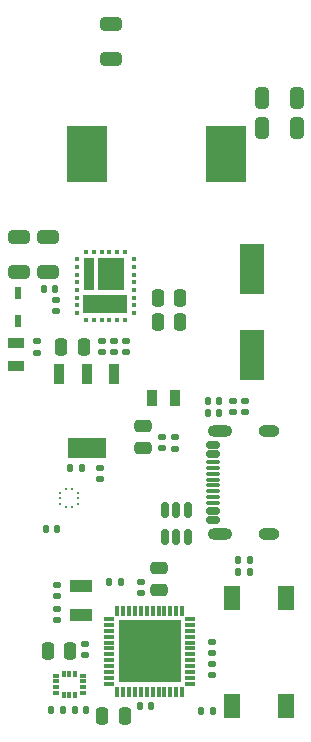
<source format=gbr>
%TF.GenerationSoftware,KiCad,Pcbnew,9.0.0*%
%TF.CreationDate,2025-11-20T17:42:06-05:00*%
%TF.ProjectId,pytheasFC_0.1.0,70797468-6561-4734-9643-5f302e312e30,0.1.0*%
%TF.SameCoordinates,PXbcd3d80PY660b0c0*%
%TF.FileFunction,Paste,Top*%
%TF.FilePolarity,Positive*%
%FSLAX46Y46*%
G04 Gerber Fmt 4.6, Leading zero omitted, Abs format (unit mm)*
G04 Created by KiCad (PCBNEW 9.0.0) date 2025-11-20 17:42:06*
%MOMM*%
%LPD*%
G01*
G04 APERTURE LIST*
G04 Aperture macros list*
%AMRoundRect*
0 Rectangle with rounded corners*
0 $1 Rounding radius*
0 $2 $3 $4 $5 $6 $7 $8 $9 X,Y pos of 4 corners*
0 Add a 4 corners polygon primitive as box body*
4,1,4,$2,$3,$4,$5,$6,$7,$8,$9,$2,$3,0*
0 Add four circle primitives for the rounded corners*
1,1,$1+$1,$2,$3*
1,1,$1+$1,$4,$5*
1,1,$1+$1,$6,$7*
1,1,$1+$1,$8,$9*
0 Add four rect primitives between the rounded corners*
20,1,$1+$1,$2,$3,$4,$5,0*
20,1,$1+$1,$4,$5,$6,$7,0*
20,1,$1+$1,$6,$7,$8,$9,0*
20,1,$1+$1,$8,$9,$2,$3,0*%
G04 Aperture macros list end*
%ADD10R,0.600000X0.300000*%
%ADD11R,0.300000X0.600000*%
%ADD12RoundRect,0.140000X0.140000X0.170000X-0.140000X0.170000X-0.140000X-0.170000X0.140000X-0.170000X0*%
%ADD13RoundRect,0.250000X-0.325000X-0.650000X0.325000X-0.650000X0.325000X0.650000X-0.325000X0.650000X0*%
%ADD14RoundRect,0.140000X-0.140000X-0.170000X0.140000X-0.170000X0.140000X0.170000X-0.140000X0.170000X0*%
%ADD15R,0.950000X1.750000*%
%ADD16R,3.200000X1.750000*%
%ADD17RoundRect,0.140000X-0.170000X0.140000X-0.170000X-0.140000X0.170000X-0.140000X0.170000X0.140000X0*%
%ADD18RoundRect,0.140000X0.170000X-0.140000X0.170000X0.140000X-0.170000X0.140000X-0.170000X-0.140000X0*%
%ADD19R,0.400000X0.300000*%
%ADD20R,0.300000X0.400000*%
%ADD21R,2.200000X2.830000*%
%ADD22R,0.900000X2.830000*%
%ADD23R,3.700000X1.600000*%
%ADD24R,1.400000X2.100000*%
%ADD25R,0.250000X0.275000*%
%ADD26R,0.275000X0.250000*%
%ADD27RoundRect,0.250000X0.250000X0.475000X-0.250000X0.475000X-0.250000X-0.475000X0.250000X-0.475000X0*%
%ADD28R,0.850000X0.300000*%
%ADD29R,0.300000X0.850000*%
%ADD30R,5.250000X5.250000*%
%ADD31R,1.400000X0.900000*%
%ADD32RoundRect,0.150000X0.425000X-0.150000X0.425000X0.150000X-0.425000X0.150000X-0.425000X-0.150000X0*%
%ADD33RoundRect,0.075000X0.500000X-0.075000X0.500000X0.075000X-0.500000X0.075000X-0.500000X-0.075000X0*%
%ADD34O,2.100000X1.000000*%
%ADD35O,1.800000X1.000000*%
%ADD36RoundRect,0.250000X-0.650000X0.325000X-0.650000X-0.325000X0.650000X-0.325000X0.650000X0.325000X0*%
%ADD37RoundRect,0.250000X-0.250000X-0.475000X0.250000X-0.475000X0.250000X0.475000X-0.250000X0.475000X0*%
%ADD38R,0.900000X1.400000*%
%ADD39R,2.100000X4.250000*%
%ADD40RoundRect,0.135000X0.185000X-0.135000X0.185000X0.135000X-0.185000X0.135000X-0.185000X-0.135000X0*%
%ADD41RoundRect,0.250000X0.475000X-0.250000X0.475000X0.250000X-0.475000X0.250000X-0.475000X-0.250000X0*%
%ADD42R,3.350000X4.750000*%
%ADD43RoundRect,0.150000X-0.150000X0.512500X-0.150000X-0.512500X0.150000X-0.512500X0.150000X0.512500X0*%
%ADD44R,1.900000X1.100000*%
%ADD45R,0.500000X1.125000*%
G04 APERTURE END LIST*
D10*
%TO.C,AC2*%
X4800000Y13800000D03*
X4800000Y13300000D03*
X4800000Y12800000D03*
X4800000Y12300000D03*
D11*
X5450000Y12150000D03*
X5950000Y12150000D03*
X6450000Y12150000D03*
D10*
X7100000Y12300000D03*
X7100000Y12800000D03*
X7100000Y13300000D03*
X7100000Y13800000D03*
D11*
X6450000Y13950000D03*
X5950000Y13950000D03*
X5450000Y13950000D03*
%TD*%
D12*
%TO.C,R11*%
X4755000Y46550000D03*
X3795000Y46550000D03*
%TD*%
D13*
%TO.C,C17*%
X22253324Y62674359D03*
X25203324Y62674359D03*
%TD*%
D14*
%TO.C,C78*%
X6431249Y10906798D03*
X7391249Y10906798D03*
%TD*%
D15*
%TO.C,IC4*%
X9700000Y39350000D03*
X7400000Y39350000D03*
X5100000Y39350000D03*
D16*
X7400000Y33050000D03*
%TD*%
D12*
%TO.C,C77*%
X5391249Y10906798D03*
X4431249Y10906798D03*
%TD*%
D17*
%TO.C,R6*%
X18000000Y16660000D03*
X18000000Y15700000D03*
%TD*%
D18*
%TO.C,R4*%
X19800000Y36120000D03*
X19800000Y37080000D03*
%TD*%
D19*
%TO.C,IC3*%
X11400000Y44500000D03*
X11400000Y45150000D03*
X11400000Y45800000D03*
X11400000Y46450000D03*
X11400000Y47100000D03*
X11400000Y47750000D03*
X11400000Y48400000D03*
X11400000Y49050000D03*
D20*
X10625000Y49675000D03*
X9975000Y49675000D03*
X9325000Y49675000D03*
X8675000Y49675000D03*
X8025000Y49675000D03*
X7375000Y49675000D03*
D19*
X6600000Y49050000D03*
X6600000Y48400000D03*
X6600000Y47750000D03*
X6600000Y47100000D03*
X6600000Y46450000D03*
X6600000Y45800000D03*
X6600000Y45150000D03*
X6600000Y44500000D03*
D20*
X7375000Y43875000D03*
X8025000Y43875000D03*
X8675000Y43875000D03*
X9325000Y43875000D03*
X9975000Y43875000D03*
X10625000Y43875000D03*
D21*
X9500000Y47790000D03*
D22*
X7600000Y47790000D03*
D23*
X9000000Y45225000D03*
%TD*%
D24*
%TO.C,RESET*%
X24250000Y20350000D03*
X19750000Y20350000D03*
X24250000Y11250000D03*
X19750000Y11250000D03*
%TD*%
D25*
%TO.C,IC1*%
X6188000Y29563000D03*
X5688000Y29563000D03*
D26*
X5176000Y29300000D03*
X5176000Y28800000D03*
X5176000Y28300000D03*
D25*
X5688000Y28037000D03*
X6188000Y28037000D03*
D26*
X6700000Y28300000D03*
X6700000Y28800000D03*
X6700000Y29300000D03*
%TD*%
D12*
%TO.C,C7*%
X21200000Y22600000D03*
X20240000Y22600000D03*
%TD*%
D27*
%TO.C,C2*%
X6000000Y15900000D03*
X4100000Y15900000D03*
%TD*%
D12*
%TO.C,R2*%
X18080000Y10800000D03*
X17120000Y10800000D03*
%TD*%
D28*
%TO.C,IC2*%
X9300000Y18600000D03*
X9300000Y18100000D03*
X9300000Y17600000D03*
X9300000Y17100000D03*
X9300000Y16600000D03*
X9300000Y16100000D03*
X9300000Y15600000D03*
X9300000Y15100000D03*
X9300000Y14600000D03*
X9300000Y14100000D03*
X9300000Y13600000D03*
X9300000Y13100000D03*
D29*
X10000000Y12400000D03*
X10500000Y12400000D03*
X11000000Y12400000D03*
X11500000Y12400000D03*
X12000000Y12400000D03*
X12500000Y12400000D03*
X13000000Y12400000D03*
X13500000Y12400000D03*
X14000000Y12400000D03*
X14500000Y12400000D03*
X15000000Y12400000D03*
X15500000Y12400000D03*
D28*
X16200000Y13100000D03*
X16200000Y13600000D03*
X16200000Y14100000D03*
X16200000Y14600000D03*
X16200000Y15100000D03*
X16200000Y15600000D03*
X16200000Y16100000D03*
X16200000Y16600000D03*
X16200000Y17100000D03*
X16200000Y17600000D03*
X16200000Y18100000D03*
X16200000Y18600000D03*
D29*
X15500000Y19300000D03*
X15000000Y19300000D03*
X14500000Y19300000D03*
X14000000Y19300000D03*
X13500000Y19300000D03*
X13000000Y19300000D03*
X12500000Y19300000D03*
X12000000Y19300000D03*
X11500000Y19300000D03*
X11000000Y19300000D03*
X10500000Y19300000D03*
X10000000Y19300000D03*
D30*
X12750000Y15850000D03*
%TD*%
D31*
%TO.C,MCU_LED*%
X1400000Y40050000D03*
X1400000Y41950000D03*
%TD*%
D32*
%TO.C,USB*%
X18110000Y26950000D03*
X18110000Y27750000D03*
D33*
X18110000Y28900000D03*
X18110000Y29900000D03*
X18110000Y30400000D03*
X18110000Y31400000D03*
D32*
X18110000Y32550000D03*
X18110000Y33350000D03*
X18110000Y33350000D03*
X18110000Y32550000D03*
D33*
X18110000Y31900000D03*
X18110000Y30900000D03*
X18110000Y29400000D03*
X18110000Y28400000D03*
D32*
X18110000Y27750000D03*
X18110000Y26950000D03*
D34*
X18685000Y25830000D03*
D35*
X22865000Y25830000D03*
D34*
X18685000Y34470000D03*
D35*
X22865000Y34470000D03*
%TD*%
D36*
%TO.C,C20*%
X4100000Y50925000D03*
X4100000Y47975000D03*
%TD*%
D37*
%TO.C,C15*%
X13450000Y43750000D03*
X15350000Y43750000D03*
%TD*%
D17*
%TO.C,C1*%
X7300000Y16480000D03*
X7300000Y15520000D03*
%TD*%
D12*
%TO.C,R8*%
X18650000Y37075000D03*
X17690000Y37075000D03*
%TD*%
%TO.C,C12*%
X6980000Y31400000D03*
X6020000Y31400000D03*
%TD*%
D18*
%TO.C,C3*%
X12000000Y20770000D03*
X12000000Y21730000D03*
%TD*%
D36*
%TO.C,C23*%
X9500000Y68975000D03*
X9500000Y66025000D03*
%TD*%
D12*
%TO.C,C10*%
X18650000Y36075000D03*
X17690000Y36075000D03*
%TD*%
D37*
%TO.C,C22*%
X5250000Y41600000D03*
X7150000Y41600000D03*
%TD*%
D18*
%TO.C,R7*%
X18000000Y13820000D03*
X18000000Y14780000D03*
%TD*%
D38*
%TO.C,PWR_LED*%
X12950000Y37300000D03*
X14850000Y37300000D03*
%TD*%
D17*
%TO.C,C16*%
X4775000Y45600000D03*
X4775000Y44640000D03*
%TD*%
D39*
%TO.C,C24*%
X21400000Y48250000D03*
X21400000Y40950000D03*
%TD*%
D18*
%TO.C,C9*%
X4900000Y18520000D03*
X4900000Y19480000D03*
%TD*%
D40*
%TO.C,R37*%
X14850000Y33005000D03*
X14850000Y34025000D03*
%TD*%
D12*
%TO.C,R3*%
X10280000Y21700000D03*
X9320000Y21700000D03*
%TD*%
D17*
%TO.C,C11*%
X8500000Y31380000D03*
X8500000Y30420000D03*
%TD*%
D18*
%TO.C,C18*%
X10725000Y41190000D03*
X10725000Y42150000D03*
%TD*%
D41*
%TO.C,C4*%
X13500000Y21050000D03*
X13500000Y22950000D03*
%TD*%
D17*
%TO.C,R13*%
X13800000Y34000000D03*
X13800000Y33040000D03*
%TD*%
%TO.C,R12*%
X8725000Y42130000D03*
X8725000Y41170000D03*
%TD*%
D14*
%TO.C,R1*%
X20240000Y23600000D03*
X21200000Y23600000D03*
%TD*%
D42*
%TO.C,L1*%
X7400000Y58000000D03*
X19200000Y58000000D03*
%TD*%
D43*
%TO.C,U2*%
X15950000Y27800000D03*
X15000000Y27800000D03*
X14050000Y27800000D03*
X14050000Y25525000D03*
X15000000Y25525000D03*
X15950000Y25525000D03*
%TD*%
D18*
%TO.C,C8*%
X4900000Y20520000D03*
X4900000Y21480000D03*
%TD*%
D36*
%TO.C,C19*%
X1700000Y50925000D03*
X1700000Y47975000D03*
%TD*%
D18*
%TO.C,R5*%
X20800000Y36120000D03*
X20800000Y37080000D03*
%TD*%
D37*
%TO.C,C14*%
X13450000Y45750000D03*
X15350000Y45750000D03*
%TD*%
D44*
%TO.C,Y1*%
X6900000Y18900000D03*
X6900000Y21400000D03*
%TD*%
D18*
%TO.C,R10*%
X9725000Y41190000D03*
X9725000Y42150000D03*
%TD*%
D14*
%TO.C,C5*%
X11920000Y11250000D03*
X12880000Y11250000D03*
%TD*%
D45*
%TO.C,D1*%
X1600000Y46162000D03*
X1600000Y43838000D03*
%TD*%
D27*
%TO.C,C6*%
X10650000Y10400000D03*
X8750000Y10400000D03*
%TD*%
D12*
%TO.C,R9*%
X4900000Y26200000D03*
X3940000Y26200000D03*
%TD*%
D40*
%TO.C,R36*%
X3200000Y41090000D03*
X3200000Y42110000D03*
%TD*%
D41*
%TO.C,C21*%
X12200000Y33050000D03*
X12200000Y34950000D03*
%TD*%
D13*
%TO.C,C13*%
X22253324Y60174359D03*
X25203324Y60174359D03*
%TD*%
M02*

</source>
